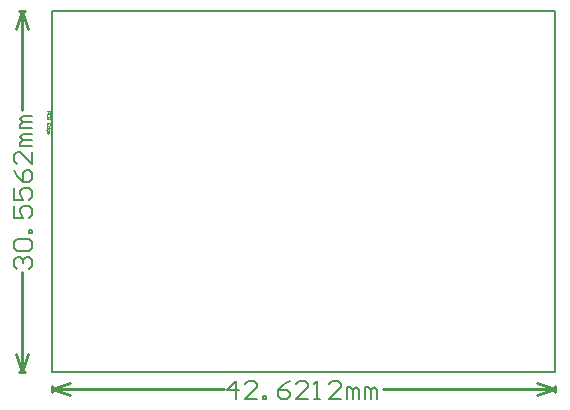
<source format=gko>
%FSLAX23Y23*%
%MOIN*%
G70*
G01*
G75*
G04 Layer_Color=8421376*
%ADD10C,0.010*%
%ADD11C,0.012*%
%ADD12C,0.015*%
%ADD13C,0.025*%
%ADD14R,0.030X0.030*%
%ADD15R,0.100X0.070*%
%ADD16R,0.030X0.030*%
%ADD17R,0.050X0.030*%
%ADD18O,0.067X0.014*%
%ADD19R,0.070X0.100*%
%ADD20R,0.098X0.079*%
%ADD21R,0.091X0.020*%
%ADD22O,0.012X0.071*%
%ADD23O,0.071X0.012*%
%ADD24R,0.039X0.094*%
%ADD25R,0.130X0.094*%
%ADD26R,0.083X0.051*%
%ADD27O,0.087X0.024*%
%ADD28R,0.087X0.055*%
%ADD29C,0.008*%
%ADD30C,0.001*%
%ADD31R,0.188X0.076*%
%ADD32R,0.107X0.104*%
%ADD33C,0.004*%
%ADD34C,0.006*%
%ADD35C,0.001*%
%ADD36C,0.098*%
%ADD37C,0.024*%
%ADD38R,0.059X0.059*%
%ADD39C,0.059*%
%ADD40C,0.039*%
%ADD41R,0.039X0.039*%
%ADD42C,0.020*%
%ADD43C,0.020*%
%ADD44R,0.283X0.202*%
%ADD45C,0.024*%
%ADD46C,0.010*%
%ADD47C,0.003*%
%ADD48C,0.005*%
%ADD49C,0.002*%
%ADD50C,0.004*%
%ADD51C,0.008*%
%ADD52R,0.038X0.038*%
%ADD53R,0.108X0.078*%
%ADD54R,0.038X0.038*%
%ADD55R,0.058X0.038*%
%ADD56O,0.075X0.022*%
%ADD57R,0.078X0.108*%
%ADD58R,0.106X0.087*%
%ADD59R,0.099X0.028*%
%ADD60O,0.020X0.079*%
%ADD61O,0.079X0.020*%
%ADD62R,0.047X0.102*%
%ADD63R,0.138X0.102*%
%ADD64R,0.091X0.059*%
%ADD65O,0.095X0.032*%
%ADD66R,0.095X0.063*%
%ADD67C,0.106*%
%ADD68C,0.032*%
%ADD69R,0.067X0.067*%
%ADD70C,0.067*%
%ADD71C,0.047*%
%ADD72R,0.047X0.047*%
D10*
X8828Y7654D02*
Y7985D01*
Y8527D02*
Y8857D01*
X8808Y7714D02*
X8828Y7654D01*
X8848Y7714D01*
X8808Y8797D02*
X8828Y8857D01*
X8848Y8797D01*
X8818Y7654D02*
X8838D01*
X8818Y8857D02*
X8838D01*
X8928Y7598D02*
X9501D01*
X10033D02*
X10606D01*
X8928D02*
X8988Y7618D01*
X8928Y7598D02*
X8988Y7578D01*
X10546Y7618D02*
X10606Y7598D01*
X10546Y7578D02*
X10606Y7598D01*
X8928Y7588D02*
Y7608D01*
X10606Y7588D02*
Y7608D01*
D29*
X8928Y7654D02*
X10607D01*
X8928D02*
Y8857D01*
X10607D01*
Y7654D02*
Y8857D01*
D33*
X8930Y8169D02*
Y8559D01*
D34*
X8814Y7995D02*
X8804Y8005D01*
Y8025D01*
X8814Y8035D01*
X8824D01*
X8834Y8025D01*
Y8015D01*
Y8025D01*
X8844Y8035D01*
X8854D01*
X8864Y8025D01*
Y8005D01*
X8854Y7995D01*
X8814Y8055D02*
X8804Y8065D01*
Y8085D01*
X8814Y8095D01*
X8854D01*
X8864Y8085D01*
Y8065D01*
X8854Y8055D01*
X8814D01*
X8864Y8115D02*
X8854D01*
Y8125D01*
X8864D01*
Y8115D01*
X8804Y8205D02*
Y8165D01*
X8834D01*
X8824Y8185D01*
Y8195D01*
X8834Y8205D01*
X8854D01*
X8864Y8195D01*
Y8175D01*
X8854Y8165D01*
X8804Y8265D02*
Y8225D01*
X8834D01*
X8824Y8245D01*
Y8255D01*
X8834Y8265D01*
X8854D01*
X8864Y8255D01*
Y8235D01*
X8854Y8225D01*
X8804Y8325D02*
X8814Y8305D01*
X8834Y8285D01*
X8854D01*
X8864Y8295D01*
Y8315D01*
X8854Y8325D01*
X8844D01*
X8834Y8315D01*
Y8285D01*
X8864Y8385D02*
Y8345D01*
X8824Y8385D01*
X8814D01*
X8804Y8375D01*
Y8355D01*
X8814Y8345D01*
X8864Y8405D02*
X8824D01*
Y8415D01*
X8834Y8425D01*
X8864D01*
X8834D01*
X8824Y8435D01*
X8834Y8445D01*
X8864D01*
Y8465D02*
X8824D01*
Y8475D01*
X8834Y8485D01*
X8864D01*
X8834D01*
X8824Y8495D01*
X8834Y8505D01*
X8864D01*
X9541Y7562D02*
Y7622D01*
X9511Y7592D01*
X9551D01*
X9611Y7562D02*
X9571D01*
X9611Y7602D01*
Y7612D01*
X9601Y7622D01*
X9581D01*
X9571Y7612D01*
X9631Y7562D02*
Y7572D01*
X9641D01*
Y7562D01*
X9631D01*
X9721Y7622D02*
X9701Y7612D01*
X9681Y7592D01*
Y7572D01*
X9691Y7562D01*
X9711D01*
X9721Y7572D01*
Y7582D01*
X9711Y7592D01*
X9681D01*
X9781Y7562D02*
X9741D01*
X9781Y7602D01*
Y7612D01*
X9771Y7622D01*
X9751D01*
X9741Y7612D01*
X9801Y7562D02*
X9821D01*
X9811D01*
Y7622D01*
X9801Y7612D01*
X9891Y7562D02*
X9851D01*
X9891Y7602D01*
Y7612D01*
X9881Y7622D01*
X9861D01*
X9851Y7612D01*
X9911Y7562D02*
Y7602D01*
X9921D01*
X9931Y7592D01*
Y7562D01*
Y7592D01*
X9941Y7602D01*
X9951Y7592D01*
Y7562D01*
X9971D02*
Y7602D01*
X9981D01*
X9991Y7592D01*
Y7562D01*
Y7592D01*
X10001Y7602D01*
X10011Y7592D01*
Y7562D01*
D35*
X8913Y8523D02*
X8922D01*
Y8518D01*
X8921Y8517D01*
X8917D01*
X8916Y8518D01*
Y8523D01*
X8921Y8507D02*
X8922Y8508D01*
Y8512D01*
X8921Y8513D01*
X8914D01*
X8913Y8512D01*
Y8508D01*
X8914Y8507D01*
X8922Y8504D02*
X8913D01*
Y8499D01*
X8914Y8497D01*
X8916D01*
X8917Y8499D01*
Y8504D01*
Y8499D01*
X8919Y8497D01*
X8921D01*
X8922Y8499D01*
Y8504D01*
Y8477D02*
Y8484D01*
X8913D01*
Y8477D01*
X8917Y8484D02*
Y8481D01*
X8922Y8467D02*
X8913D01*
Y8472D01*
X8914Y8474D01*
X8917D01*
X8919Y8472D01*
Y8467D01*
X8909Y8461D02*
Y8459D01*
X8911Y8458D01*
X8919D01*
Y8463D01*
X8917Y8464D01*
X8914D01*
X8913Y8463D01*
Y8458D01*
Y8449D02*
Y8453D01*
X8914Y8454D01*
X8917D01*
X8919Y8453D01*
Y8449D01*
X8917Y8448D01*
X8916D01*
Y8454D01*
M02*

</source>
